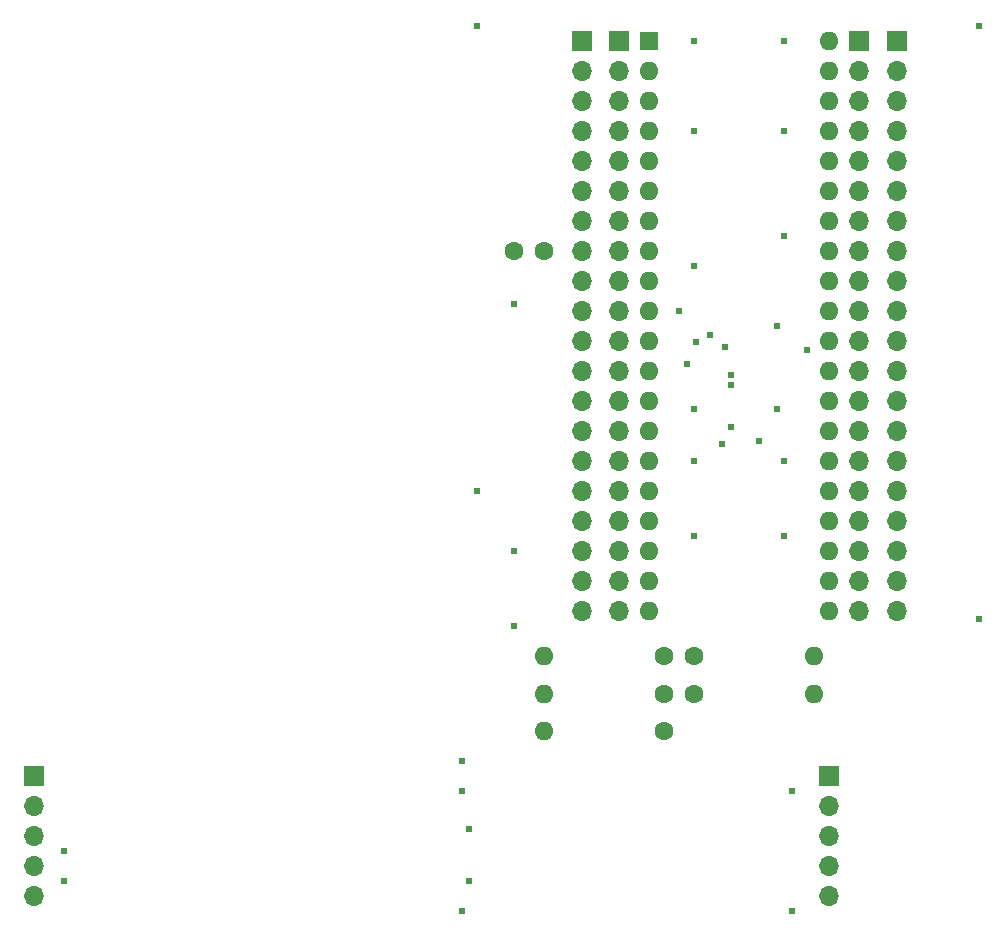
<source format=gts>
G04 #@! TF.GenerationSoftware,KiCad,Pcbnew,(6.0.10-0)*
G04 #@! TF.CreationDate,2023-01-27T16:31:16+09:00*
G04 #@! TF.ProjectId,MEZ6502LED,4d455a36-3530-4324-9c45-442e6b696361,A*
G04 #@! TF.SameCoordinates,PX5ee3fe0PY8f872a0*
G04 #@! TF.FileFunction,Soldermask,Top*
G04 #@! TF.FilePolarity,Negative*
%FSLAX46Y46*%
G04 Gerber Fmt 4.6, Leading zero omitted, Abs format (unit mm)*
G04 Created by KiCad (PCBNEW (6.0.10-0)) date 2023-01-27 16:31:16*
%MOMM*%
%LPD*%
G01*
G04 APERTURE LIST*
%ADD10R,1.600000X1.600000*%
%ADD11O,1.600000X1.600000*%
%ADD12C,1.600000*%
%ADD13R,1.700000X1.700000*%
%ADD14O,1.700000X1.700000*%
%ADD15C,0.605000*%
G04 APERTURE END LIST*
D10*
X53975000Y74930000D03*
D11*
X53975000Y72390000D03*
X53975000Y69850000D03*
X53975000Y67310000D03*
X53975000Y64770000D03*
X53975000Y62230000D03*
X53975000Y59690000D03*
X53975000Y57150000D03*
X53975000Y54610000D03*
X53975000Y52070000D03*
X53975000Y49530000D03*
X53975000Y46990000D03*
X53975000Y44450000D03*
X53975000Y41910000D03*
X53975000Y39370000D03*
X53975000Y36830000D03*
X53975000Y34290000D03*
X53975000Y31750000D03*
X53975000Y29210000D03*
X53975000Y26670000D03*
X69215000Y26670000D03*
X69215000Y29210000D03*
X69215000Y31750000D03*
X69215000Y34290000D03*
X69215000Y36830000D03*
X69215000Y39370000D03*
X69215000Y41910000D03*
X69215000Y44450000D03*
X69215000Y46990000D03*
X69215000Y49530000D03*
X69215000Y52070000D03*
X69215000Y54610000D03*
X69215000Y57150000D03*
X69215000Y59690000D03*
X69215000Y62230000D03*
X69215000Y64770000D03*
X69215000Y67310000D03*
X69215000Y69850000D03*
X69215000Y72390000D03*
X69215000Y74930000D03*
D12*
X57785000Y19685000D03*
D11*
X67945000Y19685000D03*
D12*
X57785000Y22860000D03*
D11*
X67945000Y22860000D03*
D12*
X55245000Y16510000D03*
D11*
X45085000Y16510000D03*
D12*
X55245000Y19685000D03*
D11*
X45085000Y19685000D03*
D12*
X55270000Y22860000D03*
D11*
X45110000Y22860000D03*
D13*
X1905000Y12695000D03*
D14*
X1905000Y10155000D03*
X1905000Y7615000D03*
X1905000Y5075000D03*
X1905000Y2535000D03*
D13*
X48260000Y74930000D03*
D14*
X48260000Y72390000D03*
X48260000Y69850000D03*
X48260000Y67310000D03*
X48260000Y64770000D03*
X48260000Y62230000D03*
X48260000Y59690000D03*
X48260000Y57150000D03*
X48260000Y54610000D03*
X48260000Y52070000D03*
X48260000Y49530000D03*
X48260000Y46990000D03*
X48260000Y44450000D03*
X48260000Y41910000D03*
X48260000Y39370000D03*
X48260000Y36830000D03*
X48260000Y34290000D03*
X48260000Y31750000D03*
X48260000Y29210000D03*
X48260000Y26670000D03*
D12*
X45065000Y57150000D03*
X42565000Y57150000D03*
D13*
X74930000Y74930000D03*
D14*
X74930000Y72390000D03*
X74930000Y69850000D03*
X74930000Y67310000D03*
X74930000Y64770000D03*
X74930000Y62230000D03*
X74930000Y59690000D03*
X74930000Y57150000D03*
X74930000Y54610000D03*
X74930000Y52070000D03*
X74930000Y49530000D03*
X74930000Y46990000D03*
X74930000Y44450000D03*
X74930000Y41910000D03*
X74930000Y39370000D03*
X74930000Y36830000D03*
X74930000Y34290000D03*
X74930000Y31750000D03*
X74930000Y29210000D03*
X74930000Y26670000D03*
D13*
X69215000Y12695000D03*
D14*
X69215000Y10155000D03*
X69215000Y7615000D03*
X69215000Y5075000D03*
X69215000Y2535000D03*
D13*
X71755000Y74930000D03*
D14*
X71755000Y72390000D03*
X71755000Y69850000D03*
X71755000Y67310000D03*
X71755000Y64770000D03*
X71755000Y62230000D03*
X71755000Y59690000D03*
X71755000Y57150000D03*
X71755000Y54610000D03*
X71755000Y52070000D03*
X71755000Y49530000D03*
X71755000Y46990000D03*
X71755000Y44450000D03*
X71755000Y41910000D03*
X71755000Y39370000D03*
X71755000Y36830000D03*
X71755000Y34290000D03*
X71755000Y31750000D03*
X71755000Y29210000D03*
X71755000Y26670000D03*
D13*
X51435000Y74930000D03*
D14*
X51435000Y72390000D03*
X51435000Y69850000D03*
X51435000Y67310000D03*
X51435000Y64770000D03*
X51435000Y62230000D03*
X51435000Y59690000D03*
X51435000Y57150000D03*
X51435000Y54610000D03*
X51435000Y52070000D03*
X51435000Y49530000D03*
X51435000Y46990000D03*
X51435000Y44450000D03*
X51435000Y41910000D03*
X51435000Y39370000D03*
X51435000Y36830000D03*
X51435000Y34290000D03*
X51435000Y31750000D03*
X51435000Y29210000D03*
X51435000Y26670000D03*
D15*
X39370000Y36830000D03*
X42545000Y25400000D03*
X42545000Y31750000D03*
X42545000Y52705000D03*
X66040000Y11430000D03*
X66040000Y1270000D03*
X65405000Y33020000D03*
X57785000Y33020000D03*
X56515000Y52070000D03*
X64770000Y50800000D03*
X64770000Y43815000D03*
X57150000Y47625000D03*
X57785000Y43815000D03*
X57785000Y39370000D03*
X65405000Y39370000D03*
X57785000Y55880000D03*
X65405000Y74930000D03*
X65405000Y58420000D03*
X57785000Y67310000D03*
X65405000Y67310000D03*
X57785000Y74930000D03*
X81915000Y26035000D03*
X38735000Y8255000D03*
X38100000Y11430000D03*
X38735000Y3810000D03*
X38100000Y1270000D03*
X38100000Y13970000D03*
X39370000Y76200000D03*
X81915000Y76200000D03*
X4445000Y6350000D03*
X4445000Y3810000D03*
X59121900Y50045124D03*
X57995371Y49446629D03*
X67351000Y48768000D03*
X63246000Y41074600D03*
X60880800Y42291000D03*
X60880800Y45814200D03*
X60439100Y49062700D03*
X60880100Y46698900D03*
X60188186Y40857869D03*
M02*

</source>
